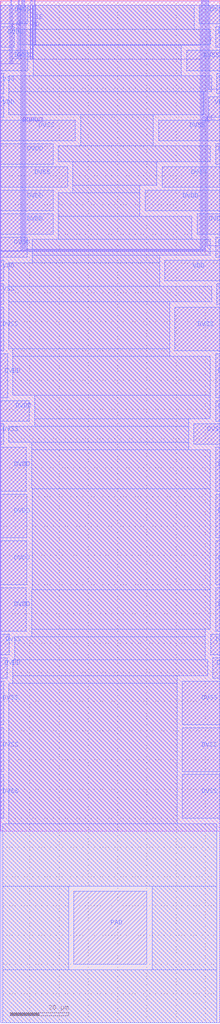
<source format=lef>
VERSION 5.7 ;
  NOWIREEXTENSIONATPIN ON ;
  DIVIDERCHAR "/" ;
  BUSBITCHARS "[]" ;
MACRO gf180mcu_fd_io__bi_t
  CLASS PAD INOUT ;
  FOREIGN gf180mcu_fd_io__bi_t ;
  ORIGIN 0.000 0.000 ;
  SIZE 75.000 BY 350.000 ;
  SYMMETRY X Y R90 ;
  SITE GF_IO_Site ;
  PIN A
    DIRECTION INPUT ;
    USE SIGNAL ;
    ANTENNAGATEAREA 4.200000 ;
    ANTENNADIFFAREA 1.000000 ;
    PORT
      LAYER Metal2 ;
        RECT 69.400 264.460 69.780 350.000 ;
    END
  END A
  PIN CS
    DIRECTION INPUT ;
    USE SIGNAL ;
    ANTENNAGATEAREA 3.150000 ;
    ANTENNADIFFAREA 1.000000 ;
    PORT
      LAYER Metal2 ;
        RECT 3.360 328.545 3.740 350.000 ;
    END
  END CS
  PIN DVDD
    DIRECTION INOUT ;
    USE POWER ;
    PORT
      LAYER Metal3 ;
        RECT 72.600 118.000 75.000 125.000 ;
    END
    PORT
      LAYER Metal3 ;
        RECT 73.590 182.000 75.000 197.000 ;
    END
    PORT
      LAYER Metal3 ;
        RECT 73.590 166.000 75.000 181.000 ;
    END
    PORT
      LAYER Metal3 ;
        RECT 73.590 150.000 75.000 165.000 ;
    END
    PORT
      LAYER Metal3 ;
        RECT 73.590 134.000 75.000 149.000 ;
    END
    PORT
      LAYER Metal3 ;
        RECT 73.590 214.000 75.000 229.000 ;
    END
    PORT
      LAYER Metal3 ;
        RECT 73.590 206.000 75.000 213.000 ;
    END
    PORT
      LAYER Metal3 ;
        RECT 49.445 278.000 75.000 285.000 ;
    END
    PORT
      LAYER Metal3 ;
        RECT 67.195 270.000 75.000 277.000 ;
    END
    PORT
      LAYER Metal3 ;
        RECT 73.590 262.000 75.000 269.000 ;
    END
    PORT
      LAYER Metal3 ;
        RECT 73.590 294.000 75.000 301.000 ;
    END
    PORT
      LAYER Metal3 ;
        RECT 73.590 334.000 75.000 341.000 ;
    END
    PORT
      LAYER Metal3 ;
        RECT 0.000 334.000 4.575 341.000 ;
    END
    PORT
      LAYER Metal3 ;
        RECT 0.000 294.000 17.930 301.000 ;
    END
    PORT
      LAYER Metal3 ;
        RECT 0.000 262.000 9.070 269.000 ;
    END
    PORT
      LAYER Metal3 ;
        RECT 0.000 270.000 17.930 277.000 ;
    END
    PORT
      LAYER Metal3 ;
        RECT 0.000 278.000 17.930 285.000 ;
    END
    PORT
      LAYER Metal3 ;
        RECT 0.000 206.000 9.815 213.000 ;
    END
    PORT
      LAYER Metal3 ;
        RECT 0.000 214.000 2.320 229.000 ;
    END
    PORT
      LAYER Metal3 ;
        RECT 0.000 134.000 8.810 149.000 ;
    END
    PORT
      LAYER Metal3 ;
        RECT 0.000 150.000 8.905 165.000 ;
    END
    PORT
      LAYER Metal3 ;
        RECT 0.000 166.000 8.905 181.000 ;
    END
    PORT
      LAYER Metal3 ;
        RECT 0.000 182.000 8.810 197.000 ;
    END
    PORT
      LAYER Metal3 ;
        RECT 0.000 118.000 2.230 125.000 ;
    END
  END DVDD
  PIN DVSS
    DIRECTION INOUT ;
    USE GROUND ;
    PORT
      LAYER Metal3 ;
        RECT 62.215 102.000 75.000 117.000 ;
    END
    PORT
      LAYER Metal3 ;
        RECT 62.215 86.000 75.000 101.000 ;
    END
    PORT
      LAYER Metal3 ;
        RECT 62.215 70.000 75.000 85.000 ;
    END
    PORT
      LAYER Metal3 ;
        RECT 71.890 126.000 75.000 133.000 ;
    END
    PORT
      LAYER Metal3 ;
        RECT 66.125 198.000 75.000 205.000 ;
    END
    PORT
      LAYER Metal3 ;
        RECT 59.650 230.000 75.000 245.000 ;
    END
    PORT
      LAYER Metal3 ;
        RECT 55.255 286.000 75.000 293.000 ;
    END
    PORT
      LAYER Metal3 ;
        RECT 54.080 302.000 75.000 309.000 ;
    END
    PORT
      LAYER Metal3 ;
        RECT 63.600 326.000 75.000 333.000 ;
    END
    PORT
      LAYER Metal3 ;
        RECT 68.000 342.000 75.000 348.390 ;
    END
    PORT
      LAYER Metal3 ;
        RECT 0.000 342.000 9.320 348.390 ;
    END
    PORT
      LAYER Metal3 ;
        RECT 0.000 326.000 9.320 333.000 ;
    END
    PORT
      LAYER Metal3 ;
        RECT 0.000 302.000 25.555 309.000 ;
    END
    PORT
      LAYER Metal3 ;
        RECT 0.000 286.000 22.880 293.000 ;
    END
    PORT
      LAYER Metal3 ;
        RECT 0.000 230.000 1.000 245.000 ;
    END
    PORT
      LAYER Metal3 ;
        RECT 0.000 198.000 1.000 205.000 ;
    END
    PORT
      LAYER Metal3 ;
        RECT 0.000 126.000 2.965 133.000 ;
    END
    PORT
      LAYER Metal3 ;
        RECT 0.000 70.000 1.000 85.000 ;
    END
    PORT
      LAYER Metal3 ;
        RECT 0.000 86.000 1.000 101.000 ;
    END
    PORT
      LAYER Metal3 ;
        RECT 0.000 102.000 1.000 117.000 ;
    END
  END DVSS
  PIN IE
    DIRECTION INPUT ;
    USE SIGNAL ;
    ANTENNAGATEAREA 3.150000 ;
    ANTENNADIFFAREA 1.000000 ;
    PORT
      LAYER Metal2 ;
        RECT 11.385 334.920 11.765 350.000 ;
    END
  END IE
  PIN OE
    DIRECTION INPUT ;
    USE SIGNAL ;
    ANTENNAGATEAREA 16.799999 ;
    ANTENNADIFFAREA 7.776000 ;
    PORT
      LAYER Metal2 ;
        RECT 70.130 266.340 70.510 350.000 ;
    END
  END OE
  PIN PAD
    DIRECTION INOUT ;
    USE SIGNAL ;
    ANTENNADIFFAREA 258.720001 ;
    PORT
      LAYER Metal3 ;
        RECT 25.000 20.000 50.000 45.000 ;
    END
  END PAD
  PIN PD
    DIRECTION INPUT ;
    USE SIGNAL ;
    ANTENNAGATEAREA 10.500000 ;
    ANTENNADIFFAREA 1.000000 ;
    PORT
      LAYER Metal2 ;
        RECT 10.330 330.100 10.710 350.000 ;
    END
  END PD
  PIN PDRV0
    DIRECTION INPUT ;
    USE SIGNAL ;
    ANTENNAGATEAREA 4.200000 ;
    ANTENNADIFFAREA 2.592000 ;
    PORT
      LAYER Metal2 ;
        RECT 7.110 264.665 7.490 350.000 ;
    END
  END PDRV0
  PIN PDRV1
    DIRECTION INPUT ;
    USE SIGNAL ;
    ANTENNAGATEAREA 4.200000 ;
    ANTENNADIFFAREA 2.592000 ;
    PORT
      LAYER Metal2 ;
        RECT 7.820 264.990 8.200 350.000 ;
    END
  END PDRV1
  PIN PU
    DIRECTION INPUT ;
    USE SIGNAL ;
    ANTENNAGATEAREA 7.350000 ;
    ANTENNADIFFAREA 2.980000 ;
    PORT
      LAYER Metal2 ;
        RECT 5.965 330.420 6.345 350.000 ;
    END
  END PU
  PIN SL
    DIRECTION INPUT ;
    USE SIGNAL ;
    ANTENNAGATEAREA 3.150000 ;
    ANTENNADIFFAREA 1.000000 ;
    PORT
      LAYER Metal2 ;
        RECT 68.670 265.140 69.050 350.000 ;
    END
  END SL
  PIN VDD
    DIRECTION INOUT ;
    USE POWER ;
    PORT
      LAYER Metal3 ;
        RECT 56.170 254.000 75.000 261.000 ;
    END
    PORT
      LAYER Metal3 ;
        RECT 71.290 310.000 75.000 317.000 ;
    END
    PORT
      LAYER Metal3 ;
        RECT 0.000 310.000 1.000 317.000 ;
    END
    PORT
      LAYER Metal3 ;
        RECT 0.000 254.000 1.000 261.000 ;
    END
  END VDD
  PIN VSS
    DIRECTION INOUT ;
    USE GROUND ;
    PORT
      LAYER Metal3 ;
        RECT 74.000 246.000 75.000 253.000 ;
    END
    PORT
      LAYER Metal3 ;
        RECT 74.000 318.000 75.000 325.000 ;
    END
    PORT
      LAYER Metal3 ;
        RECT 0.000 318.000 1.000 325.000 ;
    END
    PORT
      LAYER Metal3 ;
        RECT 0.000 246.000 1.000 253.000 ;
    END
  END VSS
  PIN Y
    DIRECTION OUTPUT ;
    USE SIGNAL ;
    ANTENNADIFFAREA 7.800000 ;
    PORT
      LAYER Metal2 ;
        RECT 70.860 319.900 71.240 350.000 ;
    END
  END Y
  OBS
      LAYER Metal1 ;
        RECT -0.160 65.540 75.160 349.785 ;
      LAYER Metal2 ;
        RECT 0.000 328.245 3.060 348.375 ;
        RECT 4.040 330.120 5.665 348.375 ;
        RECT 6.645 330.120 6.810 348.375 ;
        RECT 4.040 328.245 6.810 330.120 ;
        RECT 0.000 264.365 6.810 328.245 ;
        RECT 8.500 329.800 10.030 348.375 ;
        RECT 11.010 334.620 11.085 348.375 ;
        RECT 12.065 334.620 68.370 348.375 ;
        RECT 11.010 329.800 68.370 334.620 ;
        RECT 8.500 264.840 68.370 329.800 ;
        RECT 71.540 319.600 75.000 348.375 ;
        RECT 70.810 266.040 75.000 319.600 ;
        RECT 8.500 264.690 69.100 264.840 ;
        RECT 7.790 264.365 69.100 264.690 ;
        RECT 0.000 264.160 69.100 264.365 ;
        RECT 70.080 264.160 75.000 266.040 ;
        RECT 0.000 0.000 75.000 264.160 ;
      LAYER Metal3 ;
        RECT 11.120 340.200 66.200 348.390 ;
        RECT 6.375 334.800 71.790 340.200 ;
        RECT 11.120 324.200 61.800 334.800 ;
        RECT 2.800 318.800 72.200 324.200 ;
        RECT 2.800 310.800 69.490 318.800 ;
        RECT 27.355 300.200 52.280 310.800 ;
        RECT 19.730 294.800 71.790 300.200 ;
        RECT 24.680 286.800 53.455 294.800 ;
        RECT 24.680 284.200 47.645 286.800 ;
        RECT 19.730 276.200 47.645 284.200 ;
        RECT 19.730 268.200 65.395 276.200 ;
        RECT 10.870 262.800 71.790 268.200 ;
        RECT 10.870 260.200 54.370 262.800 ;
        RECT 2.800 252.200 54.370 260.200 ;
        RECT 2.800 246.800 72.200 252.200 ;
        RECT 2.800 230.800 57.850 246.800 ;
        RECT 4.120 228.200 57.850 230.800 ;
        RECT 4.120 214.800 71.790 228.200 ;
        RECT 11.615 206.800 71.790 214.800 ;
        RECT 11.615 204.200 64.325 206.800 ;
        RECT 2.800 198.800 64.325 204.200 ;
        RECT 10.610 196.200 64.325 198.800 ;
        RECT 10.610 182.800 71.790 196.200 ;
        RECT 10.705 148.200 71.790 182.800 ;
        RECT 10.610 134.800 71.790 148.200 ;
        RECT 10.610 132.200 70.090 134.800 ;
        RECT 4.765 124.200 70.090 132.200 ;
        RECT 4.030 118.800 70.800 124.200 ;
        RECT 4.030 116.200 60.415 118.800 ;
        RECT 2.800 68.200 60.415 116.200 ;
        RECT 0.665 46.800 74.000 68.200 ;
        RECT 0.665 18.200 23.200 46.800 ;
        RECT 51.800 18.200 74.000 46.800 ;
        RECT 0.665 0.000 74.000 18.200 ;
  END
END gf180mcu_fd_io__bi_t
END LIBRARY


</source>
